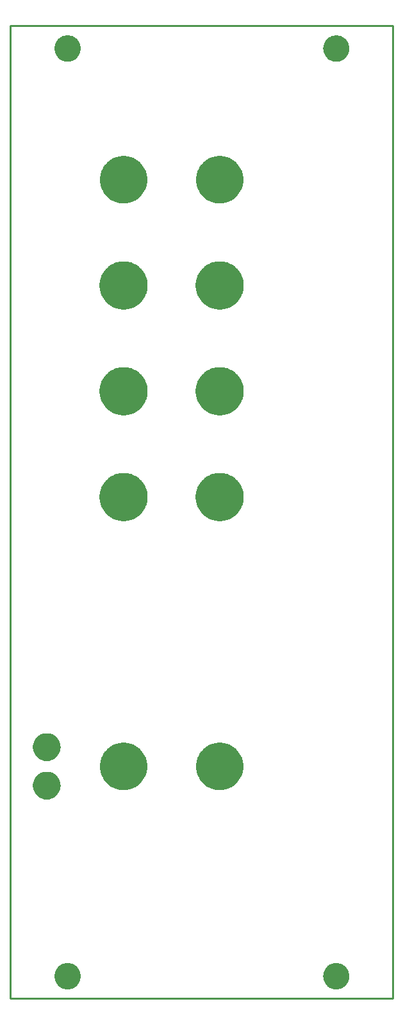
<source format=gbr>
G04 EAGLE Gerber RS-274X export*
G75*
%MOMM*%
%FSLAX34Y34*%
%LPD*%
%IN*%
%IPPOS*%
%AMOC8*
5,1,8,0,0,1.08239X$1,22.5*%
G01*
%ADD10C,3.200000*%
%ADD11C,6.000000*%
%ADD12C,3.400000*%
%ADD13C,6.100000*%
%ADD14C,0.254000*%


D10*
X75000Y30000D03*
X75000Y1255000D03*
X430000Y30000D03*
X430000Y1255000D03*
D11*
X148963Y1081853D03*
X275963Y1081853D03*
X148963Y307153D03*
X275963Y307153D03*
D12*
X47363Y332553D03*
X47363Y281753D03*
D13*
X148963Y662753D03*
X275963Y662753D03*
X148963Y802453D03*
X275963Y802453D03*
X148963Y942153D03*
X275963Y942153D03*
D14*
X0Y0D02*
X505000Y0D01*
X505000Y1285000D01*
X0Y1285000D01*
X0Y0D01*
X91000Y29476D02*
X91000Y30524D01*
X90932Y31569D01*
X90795Y32608D01*
X90590Y33635D01*
X90319Y34647D01*
X89983Y35639D01*
X89582Y36607D01*
X89118Y37546D01*
X88595Y38454D01*
X88013Y39325D01*
X87375Y40156D01*
X86684Y40943D01*
X85943Y41684D01*
X85156Y42375D01*
X84325Y43013D01*
X83454Y43595D01*
X82546Y44118D01*
X81607Y44582D01*
X80639Y44983D01*
X79647Y45319D01*
X78635Y45590D01*
X77608Y45795D01*
X76569Y45932D01*
X75524Y46000D01*
X74476Y46000D01*
X73431Y45932D01*
X72392Y45795D01*
X71365Y45590D01*
X70353Y45319D01*
X69361Y44983D01*
X68393Y44582D01*
X67454Y44118D01*
X66546Y43595D01*
X65675Y43013D01*
X64844Y42375D01*
X64057Y41684D01*
X63316Y40943D01*
X62625Y40156D01*
X61988Y39325D01*
X61406Y38454D01*
X60882Y37546D01*
X60418Y36607D01*
X60017Y35639D01*
X59681Y34647D01*
X59410Y33635D01*
X59205Y32608D01*
X59069Y31569D01*
X59000Y30524D01*
X59000Y29476D01*
X59069Y28431D01*
X59205Y27392D01*
X59410Y26365D01*
X59681Y25353D01*
X60017Y24361D01*
X60418Y23393D01*
X60882Y22454D01*
X61406Y21546D01*
X61988Y20675D01*
X62625Y19844D01*
X63316Y19057D01*
X64057Y18316D01*
X64844Y17625D01*
X65675Y16988D01*
X66546Y16406D01*
X67454Y15882D01*
X68393Y15418D01*
X69361Y15017D01*
X70353Y14681D01*
X71365Y14410D01*
X72392Y14205D01*
X73431Y14069D01*
X74476Y14000D01*
X75524Y14000D01*
X76569Y14069D01*
X77608Y14205D01*
X78635Y14410D01*
X79647Y14681D01*
X80639Y15017D01*
X81607Y15418D01*
X82546Y15882D01*
X83454Y16406D01*
X84325Y16988D01*
X85156Y17625D01*
X85943Y18316D01*
X86684Y19057D01*
X87375Y19844D01*
X88013Y20675D01*
X88595Y21546D01*
X89118Y22454D01*
X89582Y23393D01*
X89983Y24361D01*
X90319Y25353D01*
X90590Y26365D01*
X90795Y27392D01*
X90932Y28431D01*
X91000Y29476D01*
X91000Y1254476D02*
X91000Y1255524D01*
X90932Y1256569D01*
X90795Y1257608D01*
X90590Y1258635D01*
X90319Y1259647D01*
X89983Y1260639D01*
X89582Y1261607D01*
X89118Y1262546D01*
X88595Y1263454D01*
X88013Y1264325D01*
X87375Y1265156D01*
X86684Y1265943D01*
X85943Y1266684D01*
X85156Y1267375D01*
X84325Y1268013D01*
X83454Y1268595D01*
X82546Y1269118D01*
X81607Y1269582D01*
X80639Y1269983D01*
X79647Y1270319D01*
X78635Y1270590D01*
X77608Y1270795D01*
X76569Y1270932D01*
X75524Y1271000D01*
X74476Y1271000D01*
X73431Y1270932D01*
X72392Y1270795D01*
X71365Y1270590D01*
X70353Y1270319D01*
X69361Y1269983D01*
X68393Y1269582D01*
X67454Y1269118D01*
X66546Y1268595D01*
X65675Y1268013D01*
X64844Y1267375D01*
X64057Y1266684D01*
X63316Y1265943D01*
X62625Y1265156D01*
X61988Y1264325D01*
X61406Y1263454D01*
X60882Y1262546D01*
X60418Y1261607D01*
X60017Y1260639D01*
X59681Y1259647D01*
X59410Y1258635D01*
X59205Y1257608D01*
X59069Y1256569D01*
X59000Y1255524D01*
X59000Y1254476D01*
X59069Y1253431D01*
X59205Y1252392D01*
X59410Y1251365D01*
X59681Y1250353D01*
X60017Y1249361D01*
X60418Y1248393D01*
X60882Y1247454D01*
X61406Y1246546D01*
X61988Y1245675D01*
X62625Y1244844D01*
X63316Y1244057D01*
X64057Y1243316D01*
X64844Y1242625D01*
X65675Y1241988D01*
X66546Y1241406D01*
X67454Y1240882D01*
X68393Y1240418D01*
X69361Y1240017D01*
X70353Y1239681D01*
X71365Y1239410D01*
X72392Y1239205D01*
X73431Y1239069D01*
X74476Y1239000D01*
X75524Y1239000D01*
X76569Y1239069D01*
X77608Y1239205D01*
X78635Y1239410D01*
X79647Y1239681D01*
X80639Y1240017D01*
X81607Y1240418D01*
X82546Y1240882D01*
X83454Y1241406D01*
X84325Y1241988D01*
X85156Y1242625D01*
X85943Y1243316D01*
X86684Y1244057D01*
X87375Y1244844D01*
X88013Y1245675D01*
X88595Y1246546D01*
X89118Y1247454D01*
X89582Y1248393D01*
X89983Y1249361D01*
X90319Y1250353D01*
X90590Y1251365D01*
X90795Y1252392D01*
X90932Y1253431D01*
X91000Y1254476D01*
X446000Y29476D02*
X446000Y30524D01*
X445932Y31569D01*
X445795Y32608D01*
X445590Y33635D01*
X445319Y34647D01*
X444983Y35639D01*
X444582Y36607D01*
X444118Y37546D01*
X443595Y38454D01*
X443013Y39325D01*
X442375Y40156D01*
X441684Y40943D01*
X440943Y41684D01*
X440156Y42375D01*
X439325Y43013D01*
X438454Y43595D01*
X437546Y44118D01*
X436607Y44582D01*
X435639Y44983D01*
X434647Y45319D01*
X433635Y45590D01*
X432608Y45795D01*
X431569Y45932D01*
X430524Y46000D01*
X429476Y46000D01*
X428431Y45932D01*
X427392Y45795D01*
X426365Y45590D01*
X425353Y45319D01*
X424361Y44983D01*
X423393Y44582D01*
X422454Y44118D01*
X421546Y43595D01*
X420675Y43013D01*
X419844Y42375D01*
X419057Y41684D01*
X418316Y40943D01*
X417625Y40156D01*
X416988Y39325D01*
X416406Y38454D01*
X415882Y37546D01*
X415418Y36607D01*
X415017Y35639D01*
X414681Y34647D01*
X414410Y33635D01*
X414205Y32608D01*
X414069Y31569D01*
X414000Y30524D01*
X414000Y29476D01*
X414069Y28431D01*
X414205Y27392D01*
X414410Y26365D01*
X414681Y25353D01*
X415017Y24361D01*
X415418Y23393D01*
X415882Y22454D01*
X416406Y21546D01*
X416988Y20675D01*
X417625Y19844D01*
X418316Y19057D01*
X419057Y18316D01*
X419844Y17625D01*
X420675Y16988D01*
X421546Y16406D01*
X422454Y15882D01*
X423393Y15418D01*
X424361Y15017D01*
X425353Y14681D01*
X426365Y14410D01*
X427392Y14205D01*
X428431Y14069D01*
X429476Y14000D01*
X430524Y14000D01*
X431569Y14069D01*
X432608Y14205D01*
X433635Y14410D01*
X434647Y14681D01*
X435639Y15017D01*
X436607Y15418D01*
X437546Y15882D01*
X438454Y16406D01*
X439325Y16988D01*
X440156Y17625D01*
X440943Y18316D01*
X441684Y19057D01*
X442375Y19844D01*
X443013Y20675D01*
X443595Y21546D01*
X444118Y22454D01*
X444582Y23393D01*
X444983Y24361D01*
X445319Y25353D01*
X445590Y26365D01*
X445795Y27392D01*
X445932Y28431D01*
X446000Y29476D01*
X446000Y1254476D02*
X446000Y1255524D01*
X445932Y1256569D01*
X445795Y1257608D01*
X445590Y1258635D01*
X445319Y1259647D01*
X444983Y1260639D01*
X444582Y1261607D01*
X444118Y1262546D01*
X443595Y1263454D01*
X443013Y1264325D01*
X442375Y1265156D01*
X441684Y1265943D01*
X440943Y1266684D01*
X440156Y1267375D01*
X439325Y1268013D01*
X438454Y1268595D01*
X437546Y1269118D01*
X436607Y1269582D01*
X435639Y1269983D01*
X434647Y1270319D01*
X433635Y1270590D01*
X432608Y1270795D01*
X431569Y1270932D01*
X430524Y1271000D01*
X429476Y1271000D01*
X428431Y1270932D01*
X427392Y1270795D01*
X426365Y1270590D01*
X425353Y1270319D01*
X424361Y1269983D01*
X423393Y1269582D01*
X422454Y1269118D01*
X421546Y1268595D01*
X420675Y1268013D01*
X419844Y1267375D01*
X419057Y1266684D01*
X418316Y1265943D01*
X417625Y1265156D01*
X416988Y1264325D01*
X416406Y1263454D01*
X415882Y1262546D01*
X415418Y1261607D01*
X415017Y1260639D01*
X414681Y1259647D01*
X414410Y1258635D01*
X414205Y1257608D01*
X414069Y1256569D01*
X414000Y1255524D01*
X414000Y1254476D01*
X414069Y1253431D01*
X414205Y1252392D01*
X414410Y1251365D01*
X414681Y1250353D01*
X415017Y1249361D01*
X415418Y1248393D01*
X415882Y1247454D01*
X416406Y1246546D01*
X416988Y1245675D01*
X417625Y1244844D01*
X418316Y1244057D01*
X419057Y1243316D01*
X419844Y1242625D01*
X420675Y1241988D01*
X421546Y1241406D01*
X422454Y1240882D01*
X423393Y1240418D01*
X424361Y1240017D01*
X425353Y1239681D01*
X426365Y1239410D01*
X427392Y1239205D01*
X428431Y1239069D01*
X429476Y1239000D01*
X430524Y1239000D01*
X431569Y1239069D01*
X432608Y1239205D01*
X433635Y1239410D01*
X434647Y1239681D01*
X435639Y1240017D01*
X436607Y1240418D01*
X437546Y1240882D01*
X438454Y1241406D01*
X439325Y1241988D01*
X440156Y1242625D01*
X440943Y1243316D01*
X441684Y1244057D01*
X442375Y1244844D01*
X443013Y1245675D01*
X443595Y1246546D01*
X444118Y1247454D01*
X444582Y1248393D01*
X444983Y1249361D01*
X445319Y1250353D01*
X445590Y1251365D01*
X445795Y1252392D01*
X445932Y1253431D01*
X446000Y1254476D01*
X178963Y1081117D02*
X178963Y1082590D01*
X178891Y1084061D01*
X178747Y1085527D01*
X178531Y1086984D01*
X178243Y1088428D01*
X177885Y1089857D01*
X177458Y1091267D01*
X176962Y1092654D01*
X176398Y1094014D01*
X175768Y1095346D01*
X175074Y1096645D01*
X174317Y1097908D01*
X173498Y1099133D01*
X172621Y1100316D01*
X171687Y1101455D01*
X170697Y1102546D01*
X169656Y1103587D01*
X168565Y1104577D01*
X167426Y1105511D01*
X166243Y1106388D01*
X165018Y1107207D01*
X163755Y1107964D01*
X162456Y1108658D01*
X161124Y1109288D01*
X159764Y1109852D01*
X158377Y1110348D01*
X156967Y1110775D01*
X155538Y1111133D01*
X154094Y1111421D01*
X152637Y1111637D01*
X151171Y1111781D01*
X149700Y1111853D01*
X148227Y1111853D01*
X146756Y1111781D01*
X145290Y1111637D01*
X143833Y1111421D01*
X142388Y1111133D01*
X140960Y1110775D01*
X139550Y1110348D01*
X138163Y1109852D01*
X136803Y1109288D01*
X135471Y1108658D01*
X134172Y1107964D01*
X132909Y1107207D01*
X131684Y1106388D01*
X130501Y1105511D01*
X129362Y1104577D01*
X128271Y1103587D01*
X127229Y1102546D01*
X126240Y1101455D01*
X125306Y1100316D01*
X124428Y1099133D01*
X123610Y1097908D01*
X122853Y1096645D01*
X122159Y1095346D01*
X121529Y1094014D01*
X120965Y1092654D01*
X120469Y1091267D01*
X120041Y1089857D01*
X119684Y1088428D01*
X119396Y1086984D01*
X119180Y1085527D01*
X119036Y1084061D01*
X118963Y1082590D01*
X118963Y1081117D01*
X119036Y1079646D01*
X119180Y1078180D01*
X119396Y1076723D01*
X119684Y1075278D01*
X120041Y1073850D01*
X120469Y1072440D01*
X120965Y1071053D01*
X121529Y1069693D01*
X122159Y1068361D01*
X122853Y1067062D01*
X123610Y1065799D01*
X124428Y1064574D01*
X125306Y1063391D01*
X126240Y1062252D01*
X127229Y1061161D01*
X128271Y1060119D01*
X129362Y1059130D01*
X130501Y1058196D01*
X131684Y1057318D01*
X132909Y1056500D01*
X134172Y1055743D01*
X135471Y1055049D01*
X136803Y1054419D01*
X138163Y1053855D01*
X139550Y1053359D01*
X140960Y1052931D01*
X142388Y1052574D01*
X143833Y1052286D01*
X145290Y1052070D01*
X146756Y1051926D01*
X148227Y1051853D01*
X149700Y1051853D01*
X151171Y1051926D01*
X152637Y1052070D01*
X154094Y1052286D01*
X155538Y1052574D01*
X156967Y1052931D01*
X158377Y1053359D01*
X159764Y1053855D01*
X161124Y1054419D01*
X162456Y1055049D01*
X163755Y1055743D01*
X165018Y1056500D01*
X166243Y1057318D01*
X167426Y1058196D01*
X168565Y1059130D01*
X169656Y1060119D01*
X170697Y1061161D01*
X171687Y1062252D01*
X172621Y1063391D01*
X173498Y1064574D01*
X174317Y1065799D01*
X175074Y1067062D01*
X175768Y1068361D01*
X176398Y1069693D01*
X176962Y1071053D01*
X177458Y1072440D01*
X177885Y1073850D01*
X178243Y1075278D01*
X178531Y1076723D01*
X178747Y1078180D01*
X178891Y1079646D01*
X178963Y1081117D01*
X305963Y1081117D02*
X305963Y1082590D01*
X305891Y1084061D01*
X305747Y1085527D01*
X305531Y1086984D01*
X305243Y1088428D01*
X304885Y1089857D01*
X304458Y1091267D01*
X303962Y1092654D01*
X303398Y1094014D01*
X302768Y1095346D01*
X302074Y1096645D01*
X301317Y1097908D01*
X300498Y1099133D01*
X299621Y1100316D01*
X298687Y1101455D01*
X297697Y1102546D01*
X296656Y1103587D01*
X295565Y1104577D01*
X294426Y1105511D01*
X293243Y1106388D01*
X292018Y1107207D01*
X290755Y1107964D01*
X289456Y1108658D01*
X288124Y1109288D01*
X286764Y1109852D01*
X285377Y1110348D01*
X283967Y1110775D01*
X282538Y1111133D01*
X281094Y1111421D01*
X279637Y1111637D01*
X278171Y1111781D01*
X276700Y1111853D01*
X275227Y1111853D01*
X273756Y1111781D01*
X272290Y1111637D01*
X270833Y1111421D01*
X269388Y1111133D01*
X267960Y1110775D01*
X266550Y1110348D01*
X265163Y1109852D01*
X263803Y1109288D01*
X262471Y1108658D01*
X261172Y1107964D01*
X259909Y1107207D01*
X258684Y1106388D01*
X257501Y1105511D01*
X256362Y1104577D01*
X255271Y1103587D01*
X254229Y1102546D01*
X253240Y1101455D01*
X252306Y1100316D01*
X251428Y1099133D01*
X250610Y1097908D01*
X249853Y1096645D01*
X249159Y1095346D01*
X248529Y1094014D01*
X247965Y1092654D01*
X247469Y1091267D01*
X247041Y1089857D01*
X246684Y1088428D01*
X246396Y1086984D01*
X246180Y1085527D01*
X246036Y1084061D01*
X245963Y1082590D01*
X245963Y1081117D01*
X246036Y1079646D01*
X246180Y1078180D01*
X246396Y1076723D01*
X246684Y1075278D01*
X247041Y1073850D01*
X247469Y1072440D01*
X247965Y1071053D01*
X248529Y1069693D01*
X249159Y1068361D01*
X249853Y1067062D01*
X250610Y1065799D01*
X251428Y1064574D01*
X252306Y1063391D01*
X253240Y1062252D01*
X254229Y1061161D01*
X255271Y1060119D01*
X256362Y1059130D01*
X257501Y1058196D01*
X258684Y1057318D01*
X259909Y1056500D01*
X261172Y1055743D01*
X262471Y1055049D01*
X263803Y1054419D01*
X265163Y1053855D01*
X266550Y1053359D01*
X267960Y1052931D01*
X269388Y1052574D01*
X270833Y1052286D01*
X272290Y1052070D01*
X273756Y1051926D01*
X275227Y1051853D01*
X276700Y1051853D01*
X278171Y1051926D01*
X279637Y1052070D01*
X281094Y1052286D01*
X282538Y1052574D01*
X283967Y1052931D01*
X285377Y1053359D01*
X286764Y1053855D01*
X288124Y1054419D01*
X289456Y1055049D01*
X290755Y1055743D01*
X292018Y1056500D01*
X293243Y1057318D01*
X294426Y1058196D01*
X295565Y1059130D01*
X296656Y1060119D01*
X297697Y1061161D01*
X298687Y1062252D01*
X299621Y1063391D01*
X300498Y1064574D01*
X301317Y1065799D01*
X302074Y1067062D01*
X302768Y1068361D01*
X303398Y1069693D01*
X303962Y1071053D01*
X304458Y1072440D01*
X304885Y1073850D01*
X305243Y1075278D01*
X305531Y1076723D01*
X305747Y1078180D01*
X305891Y1079646D01*
X305963Y1081117D01*
X178963Y306417D02*
X178963Y307890D01*
X178891Y309361D01*
X178747Y310827D01*
X178531Y312284D01*
X178243Y313728D01*
X177885Y315157D01*
X177458Y316567D01*
X176962Y317954D01*
X176398Y319314D01*
X175768Y320646D01*
X175074Y321945D01*
X174317Y323208D01*
X173498Y324433D01*
X172621Y325616D01*
X171687Y326755D01*
X170697Y327846D01*
X169656Y328887D01*
X168565Y329877D01*
X167426Y330811D01*
X166243Y331688D01*
X165018Y332507D01*
X163755Y333264D01*
X162456Y333958D01*
X161124Y334588D01*
X159764Y335152D01*
X158377Y335648D01*
X156967Y336075D01*
X155538Y336433D01*
X154094Y336721D01*
X152637Y336937D01*
X151171Y337081D01*
X149700Y337153D01*
X148227Y337153D01*
X146756Y337081D01*
X145290Y336937D01*
X143833Y336721D01*
X142388Y336433D01*
X140960Y336075D01*
X139550Y335648D01*
X138163Y335152D01*
X136803Y334588D01*
X135471Y333958D01*
X134172Y333264D01*
X132909Y332507D01*
X131684Y331688D01*
X130501Y330811D01*
X129362Y329877D01*
X128271Y328887D01*
X127229Y327846D01*
X126240Y326755D01*
X125306Y325616D01*
X124428Y324433D01*
X123610Y323208D01*
X122853Y321945D01*
X122159Y320646D01*
X121529Y319314D01*
X120965Y317954D01*
X120469Y316567D01*
X120041Y315157D01*
X119684Y313728D01*
X119396Y312284D01*
X119180Y310827D01*
X119036Y309361D01*
X118963Y307890D01*
X118963Y306417D01*
X119036Y304946D01*
X119180Y303480D01*
X119396Y302023D01*
X119684Y300578D01*
X120041Y299150D01*
X120469Y297740D01*
X120965Y296353D01*
X121529Y294993D01*
X122159Y293661D01*
X122853Y292362D01*
X123610Y291099D01*
X124428Y289874D01*
X125306Y288691D01*
X126240Y287552D01*
X127229Y286461D01*
X128271Y285419D01*
X129362Y284430D01*
X130501Y283496D01*
X131684Y282618D01*
X132909Y281800D01*
X134172Y281043D01*
X135471Y280349D01*
X136803Y279719D01*
X138163Y279155D01*
X139550Y278659D01*
X140960Y278231D01*
X142388Y277874D01*
X143833Y277586D01*
X145290Y277370D01*
X146756Y277226D01*
X148227Y277153D01*
X149700Y277153D01*
X151171Y277226D01*
X152637Y277370D01*
X154094Y277586D01*
X155538Y277874D01*
X156967Y278231D01*
X158377Y278659D01*
X159764Y279155D01*
X161124Y279719D01*
X162456Y280349D01*
X163755Y281043D01*
X165018Y281800D01*
X166243Y282618D01*
X167426Y283496D01*
X168565Y284430D01*
X169656Y285419D01*
X170697Y286461D01*
X171687Y287552D01*
X172621Y288691D01*
X173498Y289874D01*
X174317Y291099D01*
X175074Y292362D01*
X175768Y293661D01*
X176398Y294993D01*
X176962Y296353D01*
X177458Y297740D01*
X177885Y299150D01*
X178243Y300578D01*
X178531Y302023D01*
X178747Y303480D01*
X178891Y304946D01*
X178963Y306417D01*
X305963Y306417D02*
X305963Y307890D01*
X305891Y309361D01*
X305747Y310827D01*
X305531Y312284D01*
X305243Y313728D01*
X304885Y315157D01*
X304458Y316567D01*
X303962Y317954D01*
X303398Y319314D01*
X302768Y320646D01*
X302074Y321945D01*
X301317Y323208D01*
X300498Y324433D01*
X299621Y325616D01*
X298687Y326755D01*
X297697Y327846D01*
X296656Y328887D01*
X295565Y329877D01*
X294426Y330811D01*
X293243Y331688D01*
X292018Y332507D01*
X290755Y333264D01*
X289456Y333958D01*
X288124Y334588D01*
X286764Y335152D01*
X285377Y335648D01*
X283967Y336075D01*
X282538Y336433D01*
X281094Y336721D01*
X279637Y336937D01*
X278171Y337081D01*
X276700Y337153D01*
X275227Y337153D01*
X273756Y337081D01*
X272290Y336937D01*
X270833Y336721D01*
X269388Y336433D01*
X267960Y336075D01*
X266550Y335648D01*
X265163Y335152D01*
X263803Y334588D01*
X262471Y333958D01*
X261172Y333264D01*
X259909Y332507D01*
X258684Y331688D01*
X257501Y330811D01*
X256362Y329877D01*
X255271Y328887D01*
X254229Y327846D01*
X253240Y326755D01*
X252306Y325616D01*
X251428Y324433D01*
X250610Y323208D01*
X249853Y321945D01*
X249159Y320646D01*
X248529Y319314D01*
X247965Y317954D01*
X247469Y316567D01*
X247041Y315157D01*
X246684Y313728D01*
X246396Y312284D01*
X246180Y310827D01*
X246036Y309361D01*
X245963Y307890D01*
X245963Y306417D01*
X246036Y304946D01*
X246180Y303480D01*
X246396Y302023D01*
X246684Y300578D01*
X247041Y299150D01*
X247469Y297740D01*
X247965Y296353D01*
X248529Y294993D01*
X249159Y293661D01*
X249853Y292362D01*
X250610Y291099D01*
X251428Y289874D01*
X252306Y288691D01*
X253240Y287552D01*
X254229Y286461D01*
X255271Y285419D01*
X256362Y284430D01*
X257501Y283496D01*
X258684Y282618D01*
X259909Y281800D01*
X261172Y281043D01*
X262471Y280349D01*
X263803Y279719D01*
X265163Y279155D01*
X266550Y278659D01*
X267960Y278231D01*
X269388Y277874D01*
X270833Y277586D01*
X272290Y277370D01*
X273756Y277226D01*
X275227Y277153D01*
X276700Y277153D01*
X278171Y277226D01*
X279637Y277370D01*
X281094Y277586D01*
X282538Y277874D01*
X283967Y278231D01*
X285377Y278659D01*
X286764Y279155D01*
X288124Y279719D01*
X289456Y280349D01*
X290755Y281043D01*
X292018Y281800D01*
X293243Y282618D01*
X294426Y283496D01*
X295565Y284430D01*
X296656Y285419D01*
X297697Y286461D01*
X298687Y287552D01*
X299621Y288691D01*
X300498Y289874D01*
X301317Y291099D01*
X302074Y292362D01*
X302768Y293661D01*
X303398Y294993D01*
X303962Y296353D01*
X304458Y297740D01*
X304885Y299150D01*
X305243Y300578D01*
X305531Y302023D01*
X305747Y303480D01*
X305891Y304946D01*
X305963Y306417D01*
X64363Y331997D02*
X64363Y333110D01*
X64291Y334221D01*
X64145Y335324D01*
X63928Y336416D01*
X63640Y337491D01*
X63282Y338545D01*
X62856Y339573D01*
X62364Y340571D01*
X61808Y341535D01*
X61189Y342461D01*
X60512Y343344D01*
X59778Y344181D01*
X58991Y344968D01*
X58154Y345702D01*
X57271Y346379D01*
X56345Y346998D01*
X55381Y347554D01*
X54383Y348046D01*
X53355Y348472D01*
X52301Y348830D01*
X51226Y349118D01*
X50134Y349335D01*
X49031Y349481D01*
X47920Y349553D01*
X46807Y349553D01*
X45696Y349481D01*
X44593Y349335D01*
X43501Y349118D01*
X42426Y348830D01*
X41372Y348472D01*
X40344Y348046D01*
X39345Y347554D01*
X38381Y346998D01*
X37456Y346379D01*
X36573Y345702D01*
X35736Y344968D01*
X34949Y344181D01*
X34215Y343344D01*
X33538Y342461D01*
X32919Y341535D01*
X32363Y340571D01*
X31870Y339573D01*
X31444Y338545D01*
X31087Y337491D01*
X30799Y336416D01*
X30581Y335324D01*
X30436Y334221D01*
X30363Y333110D01*
X30363Y331997D01*
X30436Y330886D01*
X30581Y329783D01*
X30799Y328691D01*
X31087Y327616D01*
X31444Y326562D01*
X31870Y325534D01*
X32363Y324535D01*
X32919Y323571D01*
X33538Y322646D01*
X34215Y321763D01*
X34949Y320926D01*
X35736Y320139D01*
X36573Y319405D01*
X37456Y318728D01*
X38381Y318109D01*
X39345Y317553D01*
X40344Y317060D01*
X41372Y316634D01*
X42426Y316277D01*
X43501Y315989D01*
X44593Y315771D01*
X45696Y315626D01*
X46807Y315553D01*
X47920Y315553D01*
X49031Y315626D01*
X50134Y315771D01*
X51226Y315989D01*
X52301Y316277D01*
X53355Y316634D01*
X54383Y317060D01*
X55381Y317553D01*
X56345Y318109D01*
X57271Y318728D01*
X58154Y319405D01*
X58991Y320139D01*
X59778Y320926D01*
X60512Y321763D01*
X61189Y322646D01*
X61808Y323571D01*
X62364Y324535D01*
X62856Y325534D01*
X63282Y326562D01*
X63640Y327616D01*
X63928Y328691D01*
X64145Y329783D01*
X64291Y330886D01*
X64363Y331997D01*
X64363Y281197D02*
X64363Y282310D01*
X64291Y283421D01*
X64145Y284524D01*
X63928Y285616D01*
X63640Y286691D01*
X63282Y287745D01*
X62856Y288773D01*
X62364Y289771D01*
X61808Y290735D01*
X61189Y291661D01*
X60512Y292544D01*
X59778Y293381D01*
X58991Y294168D01*
X58154Y294902D01*
X57271Y295579D01*
X56345Y296198D01*
X55381Y296754D01*
X54383Y297246D01*
X53355Y297672D01*
X52301Y298030D01*
X51226Y298318D01*
X50134Y298535D01*
X49031Y298681D01*
X47920Y298753D01*
X46807Y298753D01*
X45696Y298681D01*
X44593Y298535D01*
X43501Y298318D01*
X42426Y298030D01*
X41372Y297672D01*
X40344Y297246D01*
X39345Y296754D01*
X38381Y296198D01*
X37456Y295579D01*
X36573Y294902D01*
X35736Y294168D01*
X34949Y293381D01*
X34215Y292544D01*
X33538Y291661D01*
X32919Y290735D01*
X32363Y289771D01*
X31870Y288773D01*
X31444Y287745D01*
X31087Y286691D01*
X30799Y285616D01*
X30581Y284524D01*
X30436Y283421D01*
X30363Y282310D01*
X30363Y281197D01*
X30436Y280086D01*
X30581Y278983D01*
X30799Y277891D01*
X31087Y276816D01*
X31444Y275762D01*
X31870Y274734D01*
X32363Y273735D01*
X32919Y272771D01*
X33538Y271846D01*
X34215Y270963D01*
X34949Y270126D01*
X35736Y269339D01*
X36573Y268605D01*
X37456Y267928D01*
X38381Y267309D01*
X39345Y266753D01*
X40344Y266260D01*
X41372Y265834D01*
X42426Y265477D01*
X43501Y265189D01*
X44593Y264971D01*
X45696Y264826D01*
X46807Y264753D01*
X47920Y264753D01*
X49031Y264826D01*
X50134Y264971D01*
X51226Y265189D01*
X52301Y265477D01*
X53355Y265834D01*
X54383Y266260D01*
X55381Y266753D01*
X56345Y267309D01*
X57271Y267928D01*
X58154Y268605D01*
X58991Y269339D01*
X59778Y270126D01*
X60512Y270963D01*
X61189Y271846D01*
X61808Y272771D01*
X62364Y273735D01*
X62856Y274734D01*
X63282Y275762D01*
X63640Y276816D01*
X63928Y277891D01*
X64145Y278983D01*
X64291Y280086D01*
X64363Y281197D01*
X179463Y662005D02*
X179463Y663502D01*
X179390Y664998D01*
X179243Y666488D01*
X179023Y667969D01*
X178731Y669438D01*
X178367Y670891D01*
X177933Y672324D01*
X177428Y673734D01*
X176855Y675117D01*
X176215Y676471D01*
X175509Y677791D01*
X174739Y679076D01*
X173907Y680321D01*
X173015Y681524D01*
X172065Y682681D01*
X171060Y683791D01*
X170001Y684850D01*
X168891Y685855D01*
X167734Y686805D01*
X166531Y687697D01*
X165286Y688529D01*
X164001Y689299D01*
X162681Y690005D01*
X161327Y690645D01*
X159944Y691218D01*
X158534Y691723D01*
X157101Y692157D01*
X155648Y692521D01*
X154179Y692813D01*
X152698Y693033D01*
X151208Y693180D01*
X149712Y693253D01*
X148215Y693253D01*
X146719Y693180D01*
X145229Y693033D01*
X143748Y692813D01*
X142279Y692521D01*
X140826Y692157D01*
X139393Y691723D01*
X137983Y691218D01*
X136600Y690645D01*
X135246Y690005D01*
X133925Y689299D01*
X132641Y688529D01*
X131396Y687697D01*
X130193Y686805D01*
X129036Y685855D01*
X127926Y684850D01*
X126867Y683791D01*
X125862Y682681D01*
X124912Y681524D01*
X124020Y680321D01*
X123188Y679076D01*
X122418Y677791D01*
X121712Y676471D01*
X121072Y675117D01*
X120499Y673734D01*
X119994Y672324D01*
X119559Y670891D01*
X119196Y669438D01*
X118903Y667969D01*
X118684Y666488D01*
X118537Y664998D01*
X118463Y663502D01*
X118463Y662005D01*
X118537Y660509D01*
X118684Y659019D01*
X118903Y657538D01*
X119196Y656069D01*
X119559Y654616D01*
X119994Y653183D01*
X120499Y651773D01*
X121072Y650390D01*
X121712Y649036D01*
X122418Y647715D01*
X123188Y646431D01*
X124020Y645186D01*
X124912Y643983D01*
X125862Y642826D01*
X126867Y641716D01*
X127926Y640657D01*
X129036Y639652D01*
X130193Y638702D01*
X131396Y637810D01*
X132641Y636978D01*
X133925Y636208D01*
X135246Y635502D01*
X136600Y634862D01*
X137983Y634289D01*
X139393Y633784D01*
X140826Y633349D01*
X142279Y632986D01*
X143748Y632693D01*
X145229Y632474D01*
X146719Y632327D01*
X148215Y632253D01*
X149712Y632253D01*
X151208Y632327D01*
X152698Y632474D01*
X154179Y632693D01*
X155648Y632986D01*
X157101Y633349D01*
X158534Y633784D01*
X159944Y634289D01*
X161327Y634862D01*
X162681Y635502D01*
X164001Y636208D01*
X165286Y636978D01*
X166531Y637810D01*
X167734Y638702D01*
X168891Y639652D01*
X170001Y640657D01*
X171060Y641716D01*
X172065Y642826D01*
X173015Y643983D01*
X173907Y645186D01*
X174739Y646431D01*
X175509Y647715D01*
X176215Y649036D01*
X176855Y650390D01*
X177428Y651773D01*
X177933Y653183D01*
X178367Y654616D01*
X178731Y656069D01*
X179023Y657538D01*
X179243Y659019D01*
X179390Y660509D01*
X179463Y662005D01*
X306463Y662005D02*
X306463Y663502D01*
X306390Y664998D01*
X306243Y666488D01*
X306023Y667969D01*
X305731Y669438D01*
X305367Y670891D01*
X304933Y672324D01*
X304428Y673734D01*
X303855Y675117D01*
X303215Y676471D01*
X302509Y677791D01*
X301739Y679076D01*
X300907Y680321D01*
X300015Y681524D01*
X299065Y682681D01*
X298060Y683791D01*
X297001Y684850D01*
X295891Y685855D01*
X294734Y686805D01*
X293531Y687697D01*
X292286Y688529D01*
X291001Y689299D01*
X289681Y690005D01*
X288327Y690645D01*
X286944Y691218D01*
X285534Y691723D01*
X284101Y692157D01*
X282648Y692521D01*
X281179Y692813D01*
X279698Y693033D01*
X278208Y693180D01*
X276712Y693253D01*
X275215Y693253D01*
X273719Y693180D01*
X272229Y693033D01*
X270748Y692813D01*
X269279Y692521D01*
X267826Y692157D01*
X266393Y691723D01*
X264983Y691218D01*
X263600Y690645D01*
X262246Y690005D01*
X260925Y689299D01*
X259641Y688529D01*
X258396Y687697D01*
X257193Y686805D01*
X256036Y685855D01*
X254926Y684850D01*
X253867Y683791D01*
X252862Y682681D01*
X251912Y681524D01*
X251020Y680321D01*
X250188Y679076D01*
X249418Y677791D01*
X248712Y676471D01*
X248072Y675117D01*
X247499Y673734D01*
X246994Y672324D01*
X246559Y670891D01*
X246196Y669438D01*
X245903Y667969D01*
X245684Y666488D01*
X245537Y664998D01*
X245463Y663502D01*
X245463Y662005D01*
X245537Y660509D01*
X245684Y659019D01*
X245903Y657538D01*
X246196Y656069D01*
X246559Y654616D01*
X246994Y653183D01*
X247499Y651773D01*
X248072Y650390D01*
X248712Y649036D01*
X249418Y647715D01*
X250188Y646431D01*
X251020Y645186D01*
X251912Y643983D01*
X252862Y642826D01*
X253867Y641716D01*
X254926Y640657D01*
X256036Y639652D01*
X257193Y638702D01*
X258396Y637810D01*
X259641Y636978D01*
X260925Y636208D01*
X262246Y635502D01*
X263600Y634862D01*
X264983Y634289D01*
X266393Y633784D01*
X267826Y633349D01*
X269279Y632986D01*
X270748Y632693D01*
X272229Y632474D01*
X273719Y632327D01*
X275215Y632253D01*
X276712Y632253D01*
X278208Y632327D01*
X279698Y632474D01*
X281179Y632693D01*
X282648Y632986D01*
X284101Y633349D01*
X285534Y633784D01*
X286944Y634289D01*
X288327Y634862D01*
X289681Y635502D01*
X291001Y636208D01*
X292286Y636978D01*
X293531Y637810D01*
X294734Y638702D01*
X295891Y639652D01*
X297001Y640657D01*
X298060Y641716D01*
X299065Y642826D01*
X300015Y643983D01*
X300907Y645186D01*
X301739Y646431D01*
X302509Y647715D01*
X303215Y649036D01*
X303855Y650390D01*
X304428Y651773D01*
X304933Y653183D01*
X305367Y654616D01*
X305731Y656069D01*
X306023Y657538D01*
X306243Y659019D01*
X306390Y660509D01*
X306463Y662005D01*
X179463Y801705D02*
X179463Y803202D01*
X179390Y804698D01*
X179243Y806188D01*
X179023Y807669D01*
X178731Y809138D01*
X178367Y810591D01*
X177933Y812024D01*
X177428Y813434D01*
X176855Y814817D01*
X176215Y816171D01*
X175509Y817491D01*
X174739Y818776D01*
X173907Y820021D01*
X173015Y821224D01*
X172065Y822381D01*
X171060Y823491D01*
X170001Y824550D01*
X168891Y825555D01*
X167734Y826505D01*
X166531Y827397D01*
X165286Y828229D01*
X164001Y828999D01*
X162681Y829705D01*
X161327Y830345D01*
X159944Y830918D01*
X158534Y831423D01*
X157101Y831857D01*
X155648Y832221D01*
X154179Y832513D01*
X152698Y832733D01*
X151208Y832880D01*
X149712Y832953D01*
X148215Y832953D01*
X146719Y832880D01*
X145229Y832733D01*
X143748Y832513D01*
X142279Y832221D01*
X140826Y831857D01*
X139393Y831423D01*
X137983Y830918D01*
X136600Y830345D01*
X135246Y829705D01*
X133925Y828999D01*
X132641Y828229D01*
X131396Y827397D01*
X130193Y826505D01*
X129036Y825555D01*
X127926Y824550D01*
X126867Y823491D01*
X125862Y822381D01*
X124912Y821224D01*
X124020Y820021D01*
X123188Y818776D01*
X122418Y817491D01*
X121712Y816171D01*
X121072Y814817D01*
X120499Y813434D01*
X119994Y812024D01*
X119559Y810591D01*
X119196Y809138D01*
X118903Y807669D01*
X118684Y806188D01*
X118537Y804698D01*
X118463Y803202D01*
X118463Y801705D01*
X118537Y800209D01*
X118684Y798719D01*
X118903Y797238D01*
X119196Y795769D01*
X119559Y794316D01*
X119994Y792883D01*
X120499Y791473D01*
X121072Y790090D01*
X121712Y788736D01*
X122418Y787415D01*
X123188Y786131D01*
X124020Y784886D01*
X124912Y783683D01*
X125862Y782526D01*
X126867Y781416D01*
X127926Y780357D01*
X129036Y779352D01*
X130193Y778402D01*
X131396Y777510D01*
X132641Y776678D01*
X133925Y775908D01*
X135246Y775202D01*
X136600Y774562D01*
X137983Y773989D01*
X139393Y773484D01*
X140826Y773049D01*
X142279Y772686D01*
X143748Y772393D01*
X145229Y772174D01*
X146719Y772027D01*
X148215Y771953D01*
X149712Y771953D01*
X151208Y772027D01*
X152698Y772174D01*
X154179Y772393D01*
X155648Y772686D01*
X157101Y773049D01*
X158534Y773484D01*
X159944Y773989D01*
X161327Y774562D01*
X162681Y775202D01*
X164001Y775908D01*
X165286Y776678D01*
X166531Y777510D01*
X167734Y778402D01*
X168891Y779352D01*
X170001Y780357D01*
X171060Y781416D01*
X172065Y782526D01*
X173015Y783683D01*
X173907Y784886D01*
X174739Y786131D01*
X175509Y787415D01*
X176215Y788736D01*
X176855Y790090D01*
X177428Y791473D01*
X177933Y792883D01*
X178367Y794316D01*
X178731Y795769D01*
X179023Y797238D01*
X179243Y798719D01*
X179390Y800209D01*
X179463Y801705D01*
X306463Y801705D02*
X306463Y803202D01*
X306390Y804698D01*
X306243Y806188D01*
X306023Y807669D01*
X305731Y809138D01*
X305367Y810591D01*
X304933Y812024D01*
X304428Y813434D01*
X303855Y814817D01*
X303215Y816171D01*
X302509Y817491D01*
X301739Y818776D01*
X300907Y820021D01*
X300015Y821224D01*
X299065Y822381D01*
X298060Y823491D01*
X297001Y824550D01*
X295891Y825555D01*
X294734Y826505D01*
X293531Y827397D01*
X292286Y828229D01*
X291001Y828999D01*
X289681Y829705D01*
X288327Y830345D01*
X286944Y830918D01*
X285534Y831423D01*
X284101Y831857D01*
X282648Y832221D01*
X281179Y832513D01*
X279698Y832733D01*
X278208Y832880D01*
X276712Y832953D01*
X275215Y832953D01*
X273719Y832880D01*
X272229Y832733D01*
X270748Y832513D01*
X269279Y832221D01*
X267826Y831857D01*
X266393Y831423D01*
X264983Y830918D01*
X263600Y830345D01*
X262246Y829705D01*
X260925Y828999D01*
X259641Y828229D01*
X258396Y827397D01*
X257193Y826505D01*
X256036Y825555D01*
X254926Y824550D01*
X253867Y823491D01*
X252862Y822381D01*
X251912Y821224D01*
X251020Y820021D01*
X250188Y818776D01*
X249418Y817491D01*
X248712Y816171D01*
X248072Y814817D01*
X247499Y813434D01*
X246994Y812024D01*
X246559Y810591D01*
X246196Y809138D01*
X245903Y807669D01*
X245684Y806188D01*
X245537Y804698D01*
X245463Y803202D01*
X245463Y801705D01*
X245537Y800209D01*
X245684Y798719D01*
X245903Y797238D01*
X246196Y795769D01*
X246559Y794316D01*
X246994Y792883D01*
X247499Y791473D01*
X248072Y790090D01*
X248712Y788736D01*
X249418Y787415D01*
X250188Y786131D01*
X251020Y784886D01*
X251912Y783683D01*
X252862Y782526D01*
X253867Y781416D01*
X254926Y780357D01*
X256036Y779352D01*
X257193Y778402D01*
X258396Y777510D01*
X259641Y776678D01*
X260925Y775908D01*
X262246Y775202D01*
X263600Y774562D01*
X264983Y773989D01*
X266393Y773484D01*
X267826Y773049D01*
X269279Y772686D01*
X270748Y772393D01*
X272229Y772174D01*
X273719Y772027D01*
X275215Y771953D01*
X276712Y771953D01*
X278208Y772027D01*
X279698Y772174D01*
X281179Y772393D01*
X282648Y772686D01*
X284101Y773049D01*
X285534Y773484D01*
X286944Y773989D01*
X288327Y774562D01*
X289681Y775202D01*
X291001Y775908D01*
X292286Y776678D01*
X293531Y777510D01*
X294734Y778402D01*
X295891Y779352D01*
X297001Y780357D01*
X298060Y781416D01*
X299065Y782526D01*
X300015Y783683D01*
X300907Y784886D01*
X301739Y786131D01*
X302509Y787415D01*
X303215Y788736D01*
X303855Y790090D01*
X304428Y791473D01*
X304933Y792883D01*
X305367Y794316D01*
X305731Y795769D01*
X306023Y797238D01*
X306243Y798719D01*
X306390Y800209D01*
X306463Y801705D01*
X179463Y941405D02*
X179463Y942902D01*
X179390Y944398D01*
X179243Y945888D01*
X179023Y947369D01*
X178731Y948838D01*
X178367Y950291D01*
X177933Y951724D01*
X177428Y953134D01*
X176855Y954517D01*
X176215Y955871D01*
X175509Y957191D01*
X174739Y958476D01*
X173907Y959721D01*
X173015Y960924D01*
X172065Y962081D01*
X171060Y963191D01*
X170001Y964250D01*
X168891Y965255D01*
X167734Y966205D01*
X166531Y967097D01*
X165286Y967929D01*
X164001Y968699D01*
X162681Y969405D01*
X161327Y970045D01*
X159944Y970618D01*
X158534Y971123D01*
X157101Y971557D01*
X155648Y971921D01*
X154179Y972213D01*
X152698Y972433D01*
X151208Y972580D01*
X149712Y972653D01*
X148215Y972653D01*
X146719Y972580D01*
X145229Y972433D01*
X143748Y972213D01*
X142279Y971921D01*
X140826Y971557D01*
X139393Y971123D01*
X137983Y970618D01*
X136600Y970045D01*
X135246Y969405D01*
X133925Y968699D01*
X132641Y967929D01*
X131396Y967097D01*
X130193Y966205D01*
X129036Y965255D01*
X127926Y964250D01*
X126867Y963191D01*
X125862Y962081D01*
X124912Y960924D01*
X124020Y959721D01*
X123188Y958476D01*
X122418Y957191D01*
X121712Y955871D01*
X121072Y954517D01*
X120499Y953134D01*
X119994Y951724D01*
X119559Y950291D01*
X119196Y948838D01*
X118903Y947369D01*
X118684Y945888D01*
X118537Y944398D01*
X118463Y942902D01*
X118463Y941405D01*
X118537Y939909D01*
X118684Y938419D01*
X118903Y936938D01*
X119196Y935469D01*
X119559Y934016D01*
X119994Y932583D01*
X120499Y931173D01*
X121072Y929790D01*
X121712Y928436D01*
X122418Y927115D01*
X123188Y925831D01*
X124020Y924586D01*
X124912Y923383D01*
X125862Y922226D01*
X126867Y921116D01*
X127926Y920057D01*
X129036Y919052D01*
X130193Y918102D01*
X131396Y917210D01*
X132641Y916378D01*
X133925Y915608D01*
X135246Y914902D01*
X136600Y914262D01*
X137983Y913689D01*
X139393Y913184D01*
X140826Y912749D01*
X142279Y912386D01*
X143748Y912093D01*
X145229Y911874D01*
X146719Y911727D01*
X148215Y911653D01*
X149712Y911653D01*
X151208Y911727D01*
X152698Y911874D01*
X154179Y912093D01*
X155648Y912386D01*
X157101Y912749D01*
X158534Y913184D01*
X159944Y913689D01*
X161327Y914262D01*
X162681Y914902D01*
X164001Y915608D01*
X165286Y916378D01*
X166531Y917210D01*
X167734Y918102D01*
X168891Y919052D01*
X170001Y920057D01*
X171060Y921116D01*
X172065Y922226D01*
X173015Y923383D01*
X173907Y924586D01*
X174739Y925831D01*
X175509Y927115D01*
X176215Y928436D01*
X176855Y929790D01*
X177428Y931173D01*
X177933Y932583D01*
X178367Y934016D01*
X178731Y935469D01*
X179023Y936938D01*
X179243Y938419D01*
X179390Y939909D01*
X179463Y941405D01*
X306463Y941405D02*
X306463Y942902D01*
X306390Y944398D01*
X306243Y945888D01*
X306023Y947369D01*
X305731Y948838D01*
X305367Y950291D01*
X304933Y951724D01*
X304428Y953134D01*
X303855Y954517D01*
X303215Y955871D01*
X302509Y957191D01*
X301739Y958476D01*
X300907Y959721D01*
X300015Y960924D01*
X299065Y962081D01*
X298060Y963191D01*
X297001Y964250D01*
X295891Y965255D01*
X294734Y966205D01*
X293531Y967097D01*
X292286Y967929D01*
X291001Y968699D01*
X289681Y969405D01*
X288327Y970045D01*
X286944Y970618D01*
X285534Y971123D01*
X284101Y971557D01*
X282648Y971921D01*
X281179Y972213D01*
X279698Y972433D01*
X278208Y972580D01*
X276712Y972653D01*
X275215Y972653D01*
X273719Y972580D01*
X272229Y972433D01*
X270748Y972213D01*
X269279Y971921D01*
X267826Y971557D01*
X266393Y971123D01*
X264983Y970618D01*
X263600Y970045D01*
X262246Y969405D01*
X260925Y968699D01*
X259641Y967929D01*
X258396Y967097D01*
X257193Y966205D01*
X256036Y965255D01*
X254926Y964250D01*
X253867Y963191D01*
X252862Y962081D01*
X251912Y960924D01*
X251020Y959721D01*
X250188Y958476D01*
X249418Y957191D01*
X248712Y955871D01*
X248072Y954517D01*
X247499Y953134D01*
X246994Y951724D01*
X246559Y950291D01*
X246196Y948838D01*
X245903Y947369D01*
X245684Y945888D01*
X245537Y944398D01*
X245463Y942902D01*
X245463Y941405D01*
X245537Y939909D01*
X245684Y938419D01*
X245903Y936938D01*
X246196Y935469D01*
X246559Y934016D01*
X246994Y932583D01*
X247499Y931173D01*
X248072Y929790D01*
X248712Y928436D01*
X249418Y927115D01*
X250188Y925831D01*
X251020Y924586D01*
X251912Y923383D01*
X252862Y922226D01*
X253867Y921116D01*
X254926Y920057D01*
X256036Y919052D01*
X257193Y918102D01*
X258396Y917210D01*
X259641Y916378D01*
X260925Y915608D01*
X262246Y914902D01*
X263600Y914262D01*
X264983Y913689D01*
X266393Y913184D01*
X267826Y912749D01*
X269279Y912386D01*
X270748Y912093D01*
X272229Y911874D01*
X273719Y911727D01*
X275215Y911653D01*
X276712Y911653D01*
X278208Y911727D01*
X279698Y911874D01*
X281179Y912093D01*
X282648Y912386D01*
X284101Y912749D01*
X285534Y913184D01*
X286944Y913689D01*
X288327Y914262D01*
X289681Y914902D01*
X291001Y915608D01*
X292286Y916378D01*
X293531Y917210D01*
X294734Y918102D01*
X295891Y919052D01*
X297001Y920057D01*
X298060Y921116D01*
X299065Y922226D01*
X300015Y923383D01*
X300907Y924586D01*
X301739Y925831D01*
X302509Y927115D01*
X303215Y928436D01*
X303855Y929790D01*
X304428Y931173D01*
X304933Y932583D01*
X305367Y934016D01*
X305731Y935469D01*
X306023Y936938D01*
X306243Y938419D01*
X306390Y939909D01*
X306463Y941405D01*
M02*

</source>
